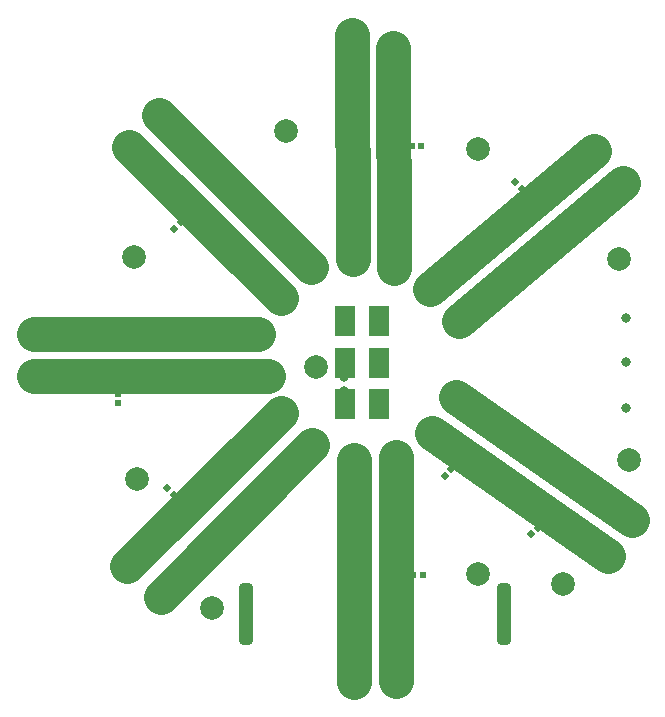
<source format=gts>
G04*
G04 #@! TF.GenerationSoftware,Altium Limited,Altium Designer,23.1.1 (15)*
G04*
G04 Layer_Color=8388736*
%FSLAX44Y44*%
%MOMM*%
G71*
G04*
G04 #@! TF.SameCoordinates,B2BF10F3-798A-46CE-9BF2-DF2D7B13E792*
G04*
G04*
G04 #@! TF.FilePolarity,Negative*
G04*
G01*
G75*
%ADD14P,0.7354X4X270.0*%
%ADD15R,0.5200X0.5200*%
%ADD16P,0.7354X4X360.0*%
%ADD17R,0.5200X0.5200*%
%ADD19R,1.8032X2.6032*%
%ADD20C,3.0000*%
G04:AMPARAMS|DCode=21|XSize=5.2032mm|YSize=1.2032mm|CornerRadius=0.3516mm|HoleSize=0mm|Usage=FLASHONLY|Rotation=270.000|XOffset=0mm|YOffset=0mm|HoleType=Round|Shape=RoundedRectangle|*
%AMROUNDEDRECTD21*
21,1,5.2032,0.5000,0,0,270.0*
21,1,4.5000,1.2032,0,0,270.0*
1,1,0.7032,-0.2500,-2.2500*
1,1,0.7032,-0.2500,2.2500*
1,1,0.7032,0.2500,2.2500*
1,1,0.7032,0.2500,-2.2500*
%
%ADD21ROUNDEDRECTD21*%
%ADD22C,2.0000*%
%ADD23C,0.8000*%
D14*
X864572Y723422D02*
D03*
X870229Y729079D02*
D03*
X641072Y937877D02*
D03*
X635415Y932220D02*
D03*
X937795Y673636D02*
D03*
X943452Y679293D02*
D03*
D15*
X844930Y1002030D02*
D03*
X836930D02*
D03*
X838010Y638810D02*
D03*
X846010D02*
D03*
D16*
X929928Y966182D02*
D03*
X924272Y971838D02*
D03*
X629632Y712758D02*
D03*
X635288Y707102D02*
D03*
D17*
X587911Y784859D02*
D03*
Y792859D02*
D03*
D19*
X809060Y819110D02*
D03*
X780560D02*
D03*
X809060Y854613D02*
D03*
X780560D02*
D03*
X809060Y783608D02*
D03*
X780560D02*
D03*
D20*
X823448Y614647D02*
X823595Y549095D01*
X787983Y548466D02*
Y736219D01*
X787561Y736642D02*
X787983Y736219D01*
X516534Y842965D02*
X706117Y843391D01*
X706385Y843392D01*
X852150Y881670D02*
X991309Y998438D01*
X821264Y1085201D02*
X821690Y899160D01*
X595944Y646765D02*
X725763Y776584D01*
X517163Y807354D02*
X714858Y807797D01*
X623124Y1028589D02*
X751576Y900136D01*
X786356Y1096691D02*
X786783Y906840D01*
X597724Y1001919D02*
X726176Y873466D01*
X876505Y854042D02*
X1015664Y970811D01*
X823169Y738947D02*
X823448Y614647D01*
X874322Y789874D02*
X1023129Y685679D01*
X853939Y759199D02*
X1002746Y655003D01*
X624090Y620477D02*
X752542Y748929D01*
D21*
X915250Y605953D02*
D03*
X696250D02*
D03*
D22*
X965200Y631190D02*
D03*
X1021080Y736600D02*
D03*
X1012190Y906780D02*
D03*
X893147Y1000325D02*
D03*
X729989Y1015157D02*
D03*
X601980Y908050D02*
D03*
X604520Y720090D02*
D03*
X668020Y610870D02*
D03*
X892810Y640080D02*
D03*
X755328Y815619D02*
D03*
D23*
X779780Y806450D02*
D03*
Y795020D02*
D03*
X787561Y736642D02*
D03*
X706120Y842010D02*
D03*
X753110Y749300D02*
D03*
X751840Y900430D02*
D03*
X787400Y906780D02*
D03*
X873760Y791210D02*
D03*
X875030Y850900D02*
D03*
X1018050Y780503D02*
D03*
Y857209D02*
D03*
Y819542D02*
D03*
M02*

</source>
